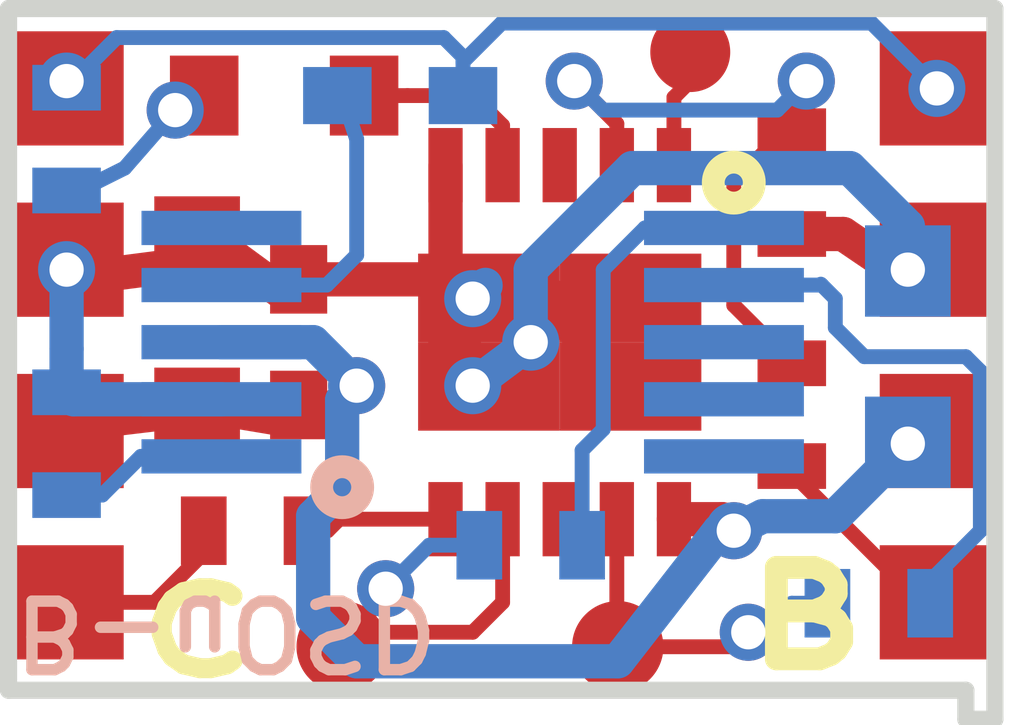
<source format=kicad_pcb>
(kicad_pcb (version 4) (host pcbnew 4.0.6)

  (general
    (links 33)
    (no_connects 0)
    (area 143.180999 110.414999 151.967001 116.788001)
    (thickness 0.8)
    (drawings 11)
    (tracks 160)
    (zones 0)
    (modules 19)
    (nets 21)
  )

  (page A4)
  (layers
    (0 F.Cu signal)
    (31 B.Cu signal)
    (32 B.Adhes user)
    (33 F.Adhes user)
    (34 B.Paste user)
    (35 F.Paste user)
    (36 B.SilkS user)
    (37 F.SilkS user)
    (38 B.Mask user)
    (39 F.Mask user)
    (40 Dwgs.User user)
    (41 Cmts.User user)
    (42 Eco1.User user)
    (43 Eco2.User user)
    (44 Edge.Cuts user)
    (45 Margin user)
    (46 B.CrtYd user hide)
    (47 F.CrtYd user hide)
    (48 B.Fab user hide)
    (49 F.Fab user hide)
  )

  (setup
    (last_trace_width 0.13)
    (trace_clearance 0.13)
    (zone_clearance 0.15)
    (zone_45_only no)
    (trace_min 0.13)
    (segment_width 0.2)
    (edge_width 0.15)
    (via_size 0.5)
    (via_drill 0.3)
    (via_min_size 0.4)
    (via_min_drill 0.3)
    (uvia_size 0.3)
    (uvia_drill 0.1)
    (uvias_allowed no)
    (uvia_min_size 0.2)
    (uvia_min_drill 0.1)
    (pcb_text_width 0.3)
    (pcb_text_size 1.5 1.5)
    (mod_edge_width 0.15)
    (mod_text_size 1 1)
    (mod_text_width 0.15)
    (pad_size 0.7 0.7)
    (pad_drill 0)
    (pad_to_mask_clearance 0.08)
    (aux_axis_origin 0 0)
    (visible_elements 7FFEFE7F)
    (pcbplotparams
      (layerselection 0x00030_80000001)
      (usegerberextensions false)
      (excludeedgelayer true)
      (linewidth 0.100000)
      (plotframeref false)
      (viasonmask false)
      (mode 1)
      (useauxorigin false)
      (hpglpennumber 1)
      (hpglpenspeed 20)
      (hpglpendiameter 15)
      (hpglpenoverlay 2)
      (psnegative false)
      (psa4output false)
      (plotreference true)
      (plotvalue true)
      (plotinvisibletext false)
      (padsonsilk false)
      (subtractmaskfromsilk false)
      (outputformat 1)
      (mirror false)
      (drillshape 1)
      (scaleselection 1)
      (outputdirectory ""))
  )

  (net 0 "")
  (net 1 GND)
  (net 2 VCC)
  (net 3 "Net-(C2-Pad1)")
  (net 4 VIDEO)
  (net 5 "Net-(D1-Pad1)")
  (net 6 "Net-(D1-Pad2)")
  (net 7 CONFIGURE)
  (net 8 +BATT)
  (net 9 "Net-(R1-Pad2)")
  (net 10 "Net-(R3-Pad2)")
  (net 11 "Net-(R5-Pad1)")
  (net 12 "Net-(R6-Pad1)")
  (net 13 "Net-(U1-Pad5)")
  (net 14 "Net-(U1-Pad9)")
  (net 15 "Net-(U1-Pad10)")
  (net 16 "Net-(J3-Pad1)")
  (net 17 "Net-(J4-Pad1)")
  (net 18 "Net-(J5-Pad1)")
  (net 19 "Net-(U1-Pad8)")
  (net 20 "Net-(R7-Pad2)")

  (net_class Default "This is the default net class."
    (clearance 0.13)
    (trace_width 0.13)
    (via_dia 0.5)
    (via_drill 0.3)
    (uvia_dia 0.3)
    (uvia_drill 0.1)
    (add_net +BATT)
    (add_net CONFIGURE)
    (add_net "Net-(C2-Pad1)")
    (add_net "Net-(D1-Pad1)")
    (add_net "Net-(D1-Pad2)")
    (add_net "Net-(J3-Pad1)")
    (add_net "Net-(J4-Pad1)")
    (add_net "Net-(J5-Pad1)")
    (add_net "Net-(R1-Pad2)")
    (add_net "Net-(R3-Pad2)")
    (add_net "Net-(R5-Pad1)")
    (add_net "Net-(R6-Pad1)")
    (add_net "Net-(R7-Pad2)")
    (add_net "Net-(U1-Pad10)")
    (add_net "Net-(U1-Pad5)")
    (add_net "Net-(U1-Pad8)")
    (add_net "Net-(U1-Pad9)")
    (add_net VIDEO)
  )

  (net_class GND ""
    (clearance 0.12)
    (trace_width 0.3)
    (via_dia 0.5)
    (via_drill 0.3)
    (uvia_dia 0.3)
    (uvia_drill 0.1)
    (add_net GND)
  )

  (net_class VCC ""
    (clearance 0.13)
    (trace_width 0.3)
    (via_dia 0.5)
    (via_drill 0.3)
    (uvia_dia 0.3)
    (uvia_drill 0.1)
    (add_net VCC)
  )

  (module C_0603 (layer B.Cu) (tedit 593194D3) (tstamp 593127B7)
    (at 151.13 113.538 270)
    (descr "Capacitor SMD 0603, reflow soldering, AVX (see smccp.pdf)")
    (tags "capacitor 0603")
    (path /59312194)
    (attr smd)
    (fp_text reference C1 (at 0 1.5 270) (layer B.SilkS) hide
      (effects (font (size 1 1) (thickness 0.15)) (justify mirror))
    )
    (fp_text value 100n (at 0 -1.5 270) (layer B.Fab)
      (effects (font (size 1 1) (thickness 0.15)) (justify mirror))
    )
    (fp_text user %R (at 0 1.5 270) (layer B.Fab)
      (effects (font (size 1 1) (thickness 0.15)) (justify mirror))
    )
    (fp_line (start -0.8 -0.4) (end -0.8 0.4) (layer B.Fab) (width 0.1))
    (fp_line (start 0.8 -0.4) (end -0.8 -0.4) (layer B.Fab) (width 0.1))
    (fp_line (start 0.8 0.4) (end 0.8 -0.4) (layer B.Fab) (width 0.1))
    (fp_line (start -0.8 0.4) (end 0.8 0.4) (layer B.Fab) (width 0.1))
    (fp_line (start -1.4 0.65) (end 1.4 0.65) (layer B.CrtYd) (width 0.05))
    (fp_line (start -1.4 0.65) (end -1.4 -0.65) (layer B.CrtYd) (width 0.05))
    (fp_line (start 1.4 -0.65) (end 1.4 0.65) (layer B.CrtYd) (width 0.05))
    (fp_line (start 1.4 -0.65) (end -1.4 -0.65) (layer B.CrtYd) (width 0.05))
    (pad 1 smd rect (at -0.75 0 270) (size 0.8 0.75) (layers B.Cu B.Paste B.Mask)
      (net 1 GND))
    (pad 2 smd rect (at 0.75 0 270) (size 0.8 0.75) (layers B.Cu B.Paste B.Mask)
      (net 2 VCC))
    (model Capacitors_SMD.3dshapes/C_0603.wrl
      (at (xyz 0 0 0))
      (scale (xyz 1 1 1))
      (rotate (xyz 0 0 0))
    )
  )

  (module C_0603 (layer F.Cu) (tedit 593194B7) (tstamp 593127D7)
    (at 144.907 113.284 270)
    (descr "Capacitor SMD 0603, reflow soldering, AVX (see smccp.pdf)")
    (tags "capacitor 0603")
    (path /593121E3)
    (attr smd)
    (fp_text reference C3 (at 0 -1.5 270) (layer F.SilkS) hide
      (effects (font (size 1 1) (thickness 0.15)))
    )
    (fp_text value 2.2uf (at 0 1.5 270) (layer F.Fab) hide
      (effects (font (size 1 1) (thickness 0.15)))
    )
    (fp_text user %R (at 0 -1.5 270) (layer F.Fab) hide
      (effects (font (size 1 1) (thickness 0.15)))
    )
    (fp_line (start -0.8 0.4) (end -0.8 -0.4) (layer F.Fab) (width 0.1))
    (fp_line (start 0.8 0.4) (end -0.8 0.4) (layer F.Fab) (width 0.1))
    (fp_line (start 0.8 -0.4) (end 0.8 0.4) (layer F.Fab) (width 0.1))
    (fp_line (start -0.8 -0.4) (end 0.8 -0.4) (layer F.Fab) (width 0.1))
    (fp_line (start -1.4 -0.65) (end 1.4 -0.65) (layer F.CrtYd) (width 0.05))
    (fp_line (start -1.4 -0.65) (end -1.4 0.65) (layer F.CrtYd) (width 0.05))
    (fp_line (start 1.4 0.65) (end 1.4 -0.65) (layer F.CrtYd) (width 0.05))
    (fp_line (start 1.4 0.65) (end -1.4 0.65) (layer F.CrtYd) (width 0.05))
    (pad 1 smd rect (at -0.75 0 270) (size 0.8 0.75) (layers F.Cu F.Paste F.Mask)
      (net 1 GND))
    (pad 2 smd rect (at 0.75 0 270) (size 0.8 0.75) (layers F.Cu F.Paste F.Mask)
      (net 2 VCC))
    (model Capacitors_SMD.3dshapes/C_0603.wrl
      (at (xyz 0 0 0))
      (scale (xyz 1 1 1))
      (rotate (xyz 0 0 0))
    )
  )

  (module 4pin_SMD_small (layer F.Cu) (tedit 5931896A) (tstamp 59312807)
    (at 151.384 115.189 90)
    (path /59315140)
    (fp_text reference J1 (at 1.27 2.54 90) (layer F.SilkS) hide
      (effects (font (size 1 1) (thickness 0.15)))
    )
    (fp_text value Camera (at 1.27 -2.54 90) (layer F.Fab) hide
      (effects (font (size 1 1) (thickness 0.15)))
    )
    (pad 4 smd rect (at 4 0 90) (size 1 1) (layers F.Cu F.Paste F.Mask)
      (net 4 VIDEO))
    (pad 3 smd rect (at 2.5 0 90) (size 1 1) (layers F.Cu F.Paste F.Mask)
      (net 1 GND))
    (pad 2 smd rect (at 1 0 90) (size 1 1) (layers F.Cu F.Paste F.Mask)
      (net 2 VCC))
    (pad 1 smd rect (at -0.5 0 90) (size 1 1) (layers F.Cu F.Paste F.Mask)
      (net 8 +BATT))
  )

  (module D_SOD-523 (layer F.Cu) (tedit 59317AB2) (tstamp 593127FF)
    (at 145.669 111.252)
    (descr "http://www.diodes.com/datasheets/ap02001.pdf p.144")
    (tags "Diode SOD523")
    (path /593139FC)
    (attr smd)
    (fp_text reference D1 (at 0 -1.3) (layer F.SilkS) hide
      (effects (font (size 1 1) (thickness 0.15)))
    )
    (fp_text value 1N4148WT (at 0 1.4) (layer F.Fab)
      (effects (font (size 1 1) (thickness 0.15)))
    )
    (fp_text user %R (at 0 -1.3) (layer F.Fab) hide
      (effects (font (size 1 1) (thickness 0.15)))
    )
    (fp_line (start 1.25 -0.7) (end 1.25 0.7) (layer F.CrtYd) (width 0.05))
    (fp_line (start -1.25 -0.7) (end 1.25 -0.7) (layer F.CrtYd) (width 0.05))
    (fp_line (start -1.25 0.7) (end -1.25 -0.7) (layer F.CrtYd) (width 0.05))
    (fp_line (start 1.25 0.7) (end -1.25 0.7) (layer F.CrtYd) (width 0.05))
    (fp_line (start 0.1 0) (end 0.25 0) (layer F.Fab) (width 0.1))
    (fp_line (start 0.1 -0.2) (end -0.2 0) (layer F.Fab) (width 0.1))
    (fp_line (start 0.1 0.2) (end 0.1 -0.2) (layer F.Fab) (width 0.1))
    (fp_line (start -0.2 0) (end 0.1 0.2) (layer F.Fab) (width 0.1))
    (fp_line (start -0.2 0) (end -0.35 0) (layer F.Fab) (width 0.1))
    (fp_line (start -0.2 0.2) (end -0.2 -0.2) (layer F.Fab) (width 0.1))
    (fp_line (start 0.65 -0.45) (end 0.65 0.45) (layer F.Fab) (width 0.1))
    (fp_line (start -0.65 -0.45) (end 0.65 -0.45) (layer F.Fab) (width 0.1))
    (fp_line (start -0.65 0.45) (end -0.65 -0.45) (layer F.Fab) (width 0.1))
    (fp_line (start 0.65 0.45) (end -0.65 0.45) (layer F.Fab) (width 0.1))
    (pad 2 smd rect (at 0.7 0 180) (size 0.6 0.7) (layers F.Cu F.Paste F.Mask)
      (net 6 "Net-(D1-Pad2)"))
    (pad 1 smd rect (at -0.7 0 180) (size 0.6 0.7) (layers F.Cu F.Paste F.Mask)
      (net 5 "Net-(D1-Pad1)"))
    (model ${KISYS3DMOD}/Diodes_SMD.3dshapes/D_SOD-523.wrl
      (at (xyz 0 0 0))
      (scale (xyz 1 1 1))
      (rotate (xyz 0 0 0))
    )
  )

  (module Prog_pad (layer F.Cu) (tedit 5938F6E1) (tstamp 593178F5)
    (at 149.225 110.871)
    (path /5931B806)
    (fp_text reference J3 (at 0.75 1.5) (layer F.SilkS) hide
      (effects (font (size 1 1) (thickness 0.15)))
    )
    (fp_text value RST (at 0 -1.75) (layer F.Fab) hide
      (effects (font (size 1 1) (thickness 0.15)))
    )
    (pad 1 smd circle (at 0 0) (size 0.7 0.7) (layers F.Cu F.Paste F.Mask)
      (net 16 "Net-(J3-Pad1)") (solder_mask_margin 0.02))
  )

  (module MSOP-10_3x3mm_Pitch0.5mm locked (layer B.Cu) (tedit 5931761D) (tstamp 59312888)
    (at 147.32 113.411)
    (descr "10-Lead Plastic Micro Small Outline Package (MS) [MSOP] (see Microchip Packaging Specification 00000049BS.pdf)")
    (tags "SSOP 0.5")
    (path /59311C8C)
    (attr smd)
    (fp_text reference U1 (at 0 2.6) (layer B.SilkS) hide
      (effects (font (size 1 1) (thickness 0.15)) (justify mirror))
    )
    (fp_text value LMH1980 (at 0 -2.6) (layer B.Fab) hide
      (effects (font (size 1 1) (thickness 0.15)) (justify mirror))
    )
    (fp_line (start -0.5 1.5) (end 1.5 1.5) (layer B.Fab) (width 0.15))
    (fp_line (start 1.5 1.5) (end 1.5 -1.5) (layer B.Fab) (width 0.15))
    (fp_line (start 1.5 -1.5) (end -1.5 -1.5) (layer B.Fab) (width 0.15))
    (fp_line (start -1.5 -1.5) (end -1.5 0.5) (layer B.Fab) (width 0.15))
    (fp_line (start -1.5 0.5) (end -0.5 1.5) (layer B.Fab) (width 0.15))
    (fp_line (start -3.15 1.85) (end -3.15 -1.85) (layer B.CrtYd) (width 0.05))
    (fp_line (start 3.15 1.85) (end 3.15 -1.85) (layer B.CrtYd) (width 0.05))
    (fp_line (start -3.15 1.85) (end 3.15 1.85) (layer B.CrtYd) (width 0.05))
    (fp_line (start -3.15 -1.85) (end 3.15 -1.85) (layer B.CrtYd) (width 0.05))
    (fp_text user %R (at 0 0) (layer B.Fab) hide
      (effects (font (size 0.6 0.6) (thickness 0.15)) (justify mirror))
    )
    (pad 1 smd rect (at -2.2 1) (size 1.4 0.3) (layers B.Cu B.Paste B.Mask)
      (net 9 "Net-(R1-Pad2)"))
    (pad 2 smd rect (at -2.2 0.5) (size 1.4 0.3) (layers B.Cu B.Paste B.Mask)
      (net 1 GND))
    (pad 3 smd rect (at -2.2 0) (size 1.4 0.3) (layers B.Cu B.Paste B.Mask)
      (net 2 VCC))
    (pad 4 smd rect (at -2.2 -0.5) (size 1.4 0.3) (layers B.Cu B.Paste B.Mask)
      (net 3 "Net-(C2-Pad1)"))
    (pad 5 smd rect (at -2.2 -1) (size 1.4 0.3) (layers B.Cu B.Paste B.Mask)
      (net 13 "Net-(U1-Pad5)"))
    (pad 6 smd rect (at 2.2 -1) (size 1.4 0.3) (layers B.Cu B.Paste B.Mask)
      (net 11 "Net-(R5-Pad1)"))
    (pad 7 smd rect (at 2.2 -0.5) (size 1.4 0.3) (layers B.Cu B.Paste B.Mask)
      (net 12 "Net-(R6-Pad1)"))
    (pad 8 smd rect (at 2.2 0) (size 1.4 0.3) (layers B.Cu B.Paste B.Mask)
      (net 19 "Net-(U1-Pad8)"))
    (pad 9 smd rect (at 2.2 0.5) (size 1.4 0.3) (layers B.Cu B.Paste B.Mask)
      (net 14 "Net-(U1-Pad9)"))
    (pad 10 smd rect (at 2.2 1) (size 1.4 0.3) (layers B.Cu B.Paste B.Mask)
      (net 15 "Net-(U1-Pad10)"))
    (model ${KISYS3DMOD}/Housings_SSOP.3dshapes/MSOP-10_3x3mm_Pitch0.5mm.wrl
      (at (xyz 0 0 0))
      (scale (xyz 1 1 1))
      (rotate (xyz 0 0 0))
    )
  )

  (module DFN-10-1EP_3x3mm_Pitch0.5mm locked (layer F.Cu) (tedit 5933B257) (tstamp 593128AB)
    (at 148.082 113.411 270)
    (descr "10-Lead Plastic Dual Flat, No Lead Package (MF) - 3x3x0.9 mm Body [DFN] (see Microchip Packaging Specification 00000049BS.pdf)")
    (tags "DFN 0.5")
    (path /593115E4)
    (attr smd)
    (fp_text reference U2 (at 0 -2.575 270) (layer F.SilkS) hide
      (effects (font (size 1 1) (thickness 0.15)))
    )
    (fp_text value ATTINY13A-MMF (at 0 2.575 270) (layer F.Fab)
      (effects (font (size 1 1) (thickness 0.15)))
    )
    (fp_line (start -0.5 -1.5) (end 1.5 -1.5) (layer F.Fab) (width 0.15))
    (fp_line (start 1.5 -1.5) (end 1.5 1.5) (layer F.Fab) (width 0.15))
    (fp_line (start 1.5 1.5) (end -1.5 1.5) (layer F.Fab) (width 0.15))
    (fp_line (start -1.5 1.5) (end -1.5 -0.5) (layer F.Fab) (width 0.15))
    (fp_line (start -1.5 -0.5) (end -0.5 -1.5) (layer F.Fab) (width 0.15))
    (fp_line (start -2.15 -1.85) (end -2.15 1.85) (layer F.CrtYd) (width 0.05))
    (fp_line (start 2.15 -1.85) (end 2.15 1.85) (layer F.CrtYd) (width 0.05))
    (fp_line (start -2.15 -1.85) (end 2.15 -1.85) (layer F.CrtYd) (width 0.05))
    (fp_line (start -2.15 1.85) (end 2.15 1.85) (layer F.CrtYd) (width 0.05))
    (pad 1 smd rect (at -1.55 -1 270) (size 0.65 0.3) (layers F.Cu F.Paste F.Mask)
      (net 16 "Net-(J3-Pad1)"))
    (pad 2 smd rect (at -1.55 -0.5 270) (size 0.65 0.3) (layers F.Cu F.Paste F.Mask)
      (net 10 "Net-(R3-Pad2)"))
    (pad 3 smd rect (at -1.55 0 270) (size 0.65 0.3) (layers F.Cu F.Paste F.Mask))
    (pad 4 smd rect (at -1.55 0.5 270) (size 0.65 0.3) (layers F.Cu F.Paste F.Mask)
      (net 6 "Net-(D1-Pad2)"))
    (pad 5 smd rect (at -1.55 1 270) (size 0.65 0.3) (layers F.Cu F.Paste F.Mask)
      (net 1 GND))
    (pad 6 smd rect (at 1.55 1 270) (size 0.65 0.3) (layers F.Cu F.Paste F.Mask)
      (net 20 "Net-(R7-Pad2)"))
    (pad 7 smd rect (at 1.55 0.5 270) (size 0.65 0.3) (layers F.Cu F.Paste F.Mask)
      (net 17 "Net-(J4-Pad1)"))
    (pad 8 smd rect (at 1.55 0 270) (size 0.65 0.3) (layers F.Cu F.Paste F.Mask))
    (pad 9 smd rect (at 1.55 -0.5 270) (size 0.65 0.3) (layers F.Cu F.Paste F.Mask)
      (net 18 "Net-(J5-Pad1)"))
    (pad 10 smd rect (at 1.55 -1 270) (size 0.65 0.3) (layers F.Cu F.Paste F.Mask)
      (net 2 VCC))
    (pad 11 smd rect (at 0.3875 0.62 270) (size 0.775 1.24) (layers F.Cu F.Paste F.Mask)
      (solder_paste_margin_ratio -0.2))
    (pad 11 smd rect (at 0.3875 -0.62 270) (size 0.775 1.24) (layers F.Cu F.Paste F.Mask)
      (solder_paste_margin_ratio -0.2))
    (pad 11 smd rect (at -0.3875 0.62 270) (size 0.775 1.24) (layers F.Cu F.Paste F.Mask)
      (solder_paste_margin_ratio -0.2))
    (pad 11 smd rect (at -0.3875 -0.62 270) (size 0.775 1.24) (layers F.Cu F.Paste F.Mask)
      (solder_paste_margin_ratio -0.2))
    (model Housings_DFN_QFN.3dshapes/DFN-10-1EP_3x3mm_Pitch0.5mm.wrl
      (at (xyz 0 0 0))
      (scale (xyz 1 1 1))
      (rotate (xyz 0 0 0))
    )
  )

  (module Capacitors_SMD:C_0402_NoSilk (layer B.Cu) (tedit 59314D84) (tstamp 593127C6)
    (at 146.685 111.252)
    (descr "Capacitor SMD 0402, reflow soldering, AVX (see smccp.pdf)")
    (tags "capacitor 0402")
    (path /593126E9)
    (attr smd)
    (fp_text reference C2 (at 0 1.27) (layer B.SilkS) hide
      (effects (font (size 1 1) (thickness 0.15)) (justify mirror))
    )
    (fp_text value 100n (at 0 -1.27) (layer B.Fab) hide
      (effects (font (size 1 1) (thickness 0.15)) (justify mirror))
    )
    (fp_text user %R (at 0 1.27) (layer B.Fab) hide
      (effects (font (size 1 1) (thickness 0.15)) (justify mirror))
    )
    (fp_line (start -0.5 -0.25) (end -0.5 0.25) (layer B.Fab) (width 0.1))
    (fp_line (start 0.5 -0.25) (end -0.5 -0.25) (layer B.Fab) (width 0.1))
    (fp_line (start 0.5 0.25) (end 0.5 -0.25) (layer B.Fab) (width 0.1))
    (fp_line (start -0.5 0.25) (end 0.5 0.25) (layer B.Fab) (width 0.1))
    (fp_line (start -1 0.4) (end 1 0.4) (layer B.CrtYd) (width 0.05))
    (fp_line (start -1 0.4) (end -1 -0.4) (layer B.CrtYd) (width 0.05))
    (fp_line (start 1 -0.4) (end 1 0.4) (layer B.CrtYd) (width 0.05))
    (fp_line (start 1 -0.4) (end -1 -0.4) (layer B.CrtYd) (width 0.05))
    (pad 1 smd rect (at -0.55 0) (size 0.6 0.5) (layers B.Cu B.Paste B.Mask)
      (net 3 "Net-(C2-Pad1)"))
    (pad 2 smd rect (at 0.55 0) (size 0.6 0.5) (layers B.Cu B.Paste B.Mask)
      (net 4 VIDEO))
    (model Capacitors_SMD.3dshapes/C_0402.wrl
      (at (xyz 0 0 0))
      (scale (xyz 1 1 1))
      (rotate (xyz 0 0 0))
    )
  )

  (module Capacitors_SMD:C_0402_NoSilk (layer F.Cu) (tedit 59316C49) (tstamp 593127E6)
    (at 145.796 113.411 90)
    (descr "Capacitor SMD 0402, reflow soldering, AVX (see smccp.pdf)")
    (tags "capacitor 0402")
    (path /59317458)
    (attr smd)
    (fp_text reference C4 (at 0 -1.27 90) (layer F.SilkS) hide
      (effects (font (size 1 1) (thickness 0.15)))
    )
    (fp_text value 100n (at 0 1.27 90) (layer F.Fab)
      (effects (font (size 1 1) (thickness 0.15)))
    )
    (fp_text user %R (at 0 -1.27 90) (layer F.Fab)
      (effects (font (size 1 1) (thickness 0.15)))
    )
    (fp_line (start -0.5 0.25) (end -0.5 -0.25) (layer F.Fab) (width 0.1))
    (fp_line (start 0.5 0.25) (end -0.5 0.25) (layer F.Fab) (width 0.1))
    (fp_line (start 0.5 -0.25) (end 0.5 0.25) (layer F.Fab) (width 0.1))
    (fp_line (start -0.5 -0.25) (end 0.5 -0.25) (layer F.Fab) (width 0.1))
    (fp_line (start -1 -0.4) (end 1 -0.4) (layer F.CrtYd) (width 0.05))
    (fp_line (start -1 -0.4) (end -1 0.4) (layer F.CrtYd) (width 0.05))
    (fp_line (start 1 0.4) (end 1 -0.4) (layer F.CrtYd) (width 0.05))
    (fp_line (start 1 0.4) (end -1 0.4) (layer F.CrtYd) (width 0.05))
    (pad 1 smd rect (at -0.55 0 90) (size 0.6 0.5) (layers F.Cu F.Paste F.Mask)
      (net 2 VCC))
    (pad 2 smd rect (at 0.55 0 90) (size 0.6 0.5) (layers F.Cu F.Paste F.Mask)
      (net 1 GND))
    (model Capacitors_SMD.3dshapes/C_0402.wrl
      (at (xyz 0 0 0))
      (scale (xyz 1 1 1))
      (rotate (xyz 0 0 0))
    )
  )

  (module Resistors_SMD:R_0402_NoSilk (layer B.Cu) (tedit 59314DA3) (tstamp 5931281E)
    (at 143.764 114.3 270)
    (descr "Resistor SMD 0402, reflow soldering, Vishay (see dcrcw.pdf)")
    (tags "resistor 0402")
    (path /59311F24)
    (attr smd)
    (fp_text reference R1 (at 0 1.2 270) (layer B.SilkS) hide
      (effects (font (size 1 1) (thickness 0.15)) (justify mirror))
    )
    (fp_text value "10K 1%" (at 0 -1.25 270) (layer B.Fab) hide
      (effects (font (size 1 1) (thickness 0.15)) (justify mirror))
    )
    (fp_text user %R (at 0 1.2 270) (layer B.Fab) hide
      (effects (font (size 1 1) (thickness 0.15)) (justify mirror))
    )
    (fp_line (start -0.5 -0.25) (end -0.5 0.25) (layer B.Fab) (width 0.1))
    (fp_line (start 0.5 -0.25) (end -0.5 -0.25) (layer B.Fab) (width 0.1))
    (fp_line (start 0.5 0.25) (end 0.5 -0.25) (layer B.Fab) (width 0.1))
    (fp_line (start -0.5 0.25) (end 0.5 0.25) (layer B.Fab) (width 0.1))
    (fp_line (start -0.8 0.45) (end 0.8 0.45) (layer B.CrtYd) (width 0.05))
    (fp_line (start -0.8 0.45) (end -0.8 -0.45) (layer B.CrtYd) (width 0.05))
    (fp_line (start 0.8 -0.45) (end 0.8 0.45) (layer B.CrtYd) (width 0.05))
    (fp_line (start 0.8 -0.45) (end -0.8 -0.45) (layer B.CrtYd) (width 0.05))
    (pad 1 smd rect (at -0.45 0 270) (size 0.4 0.6) (layers B.Cu B.Paste B.Mask)
      (net 1 GND))
    (pad 2 smd rect (at 0.45 0 270) (size 0.4 0.6) (layers B.Cu B.Paste B.Mask)
      (net 9 "Net-(R1-Pad2)"))
    (model ${KISYS3DMOD}/Resistors_SMD.3dshapes/R_0402.wrl
      (at (xyz 0 0 0))
      (scale (xyz 1 1 1))
      (rotate (xyz 0 0 0))
    )
  )

  (module Resistors_SMD:R_0402_NoSilk (layer B.Cu) (tedit 59314DEC) (tstamp 5931282D)
    (at 143.764 111.633 90)
    (descr "Resistor SMD 0402, reflow soldering, Vishay (see dcrcw.pdf)")
    (tags "resistor 0402")
    (path /59313E97)
    (attr smd)
    (fp_text reference R2 (at 0 1.2 90) (layer B.SilkS) hide
      (effects (font (size 1 1) (thickness 0.15)) (justify mirror))
    )
    (fp_text value 120 (at 0 -1.25 90) (layer B.Fab) hide
      (effects (font (size 1 1) (thickness 0.15)) (justify mirror))
    )
    (fp_text user %R (at 0 1.2 90) (layer B.Fab) hide
      (effects (font (size 1 1) (thickness 0.15)) (justify mirror))
    )
    (fp_line (start -0.5 -0.25) (end -0.5 0.25) (layer B.Fab) (width 0.1))
    (fp_line (start 0.5 -0.25) (end -0.5 -0.25) (layer B.Fab) (width 0.1))
    (fp_line (start 0.5 0.25) (end 0.5 -0.25) (layer B.Fab) (width 0.1))
    (fp_line (start -0.5 0.25) (end 0.5 0.25) (layer B.Fab) (width 0.1))
    (fp_line (start -0.8 0.45) (end 0.8 0.45) (layer B.CrtYd) (width 0.05))
    (fp_line (start -0.8 0.45) (end -0.8 -0.45) (layer B.CrtYd) (width 0.05))
    (fp_line (start 0.8 -0.45) (end 0.8 0.45) (layer B.CrtYd) (width 0.05))
    (fp_line (start 0.8 -0.45) (end -0.8 -0.45) (layer B.CrtYd) (width 0.05))
    (pad 1 smd rect (at -0.45 0 90) (size 0.4 0.6) (layers B.Cu B.Paste B.Mask)
      (net 5 "Net-(D1-Pad1)"))
    (pad 2 smd rect (at 0.45 0 90) (size 0.4 0.6) (layers B.Cu B.Paste B.Mask)
      (net 4 VIDEO))
    (model ${KISYS3DMOD}/Resistors_SMD.3dshapes/R_0402.wrl
      (at (xyz 0 0 0))
      (scale (xyz 1 1 1))
      (rotate (xyz 0 0 0))
    )
  )

  (module Resistors_SMD:R_0402_NoSilk (layer F.Cu) (tedit 59316C65) (tstamp 5931283C)
    (at 150.114 114.046 90)
    (descr "Resistor SMD 0402, reflow soldering, Vishay (see dcrcw.pdf)")
    (tags "resistor 0402")
    (path /5931457B)
    (attr smd)
    (fp_text reference R3 (at 0 -1.2 90) (layer F.SilkS) hide
      (effects (font (size 1 1) (thickness 0.15)))
    )
    (fp_text value 15K (at 0 1.25 90) (layer F.Fab)
      (effects (font (size 1 1) (thickness 0.15)))
    )
    (fp_text user %R (at 0 -1.2 90) (layer F.Fab)
      (effects (font (size 1 1) (thickness 0.15)))
    )
    (fp_line (start -0.5 0.25) (end -0.5 -0.25) (layer F.Fab) (width 0.1))
    (fp_line (start 0.5 0.25) (end -0.5 0.25) (layer F.Fab) (width 0.1))
    (fp_line (start 0.5 -0.25) (end 0.5 0.25) (layer F.Fab) (width 0.1))
    (fp_line (start -0.5 -0.25) (end 0.5 -0.25) (layer F.Fab) (width 0.1))
    (fp_line (start -0.8 -0.45) (end 0.8 -0.45) (layer F.CrtYd) (width 0.05))
    (fp_line (start -0.8 -0.45) (end -0.8 0.45) (layer F.CrtYd) (width 0.05))
    (fp_line (start 0.8 0.45) (end 0.8 -0.45) (layer F.CrtYd) (width 0.05))
    (fp_line (start 0.8 0.45) (end -0.8 0.45) (layer F.CrtYd) (width 0.05))
    (pad 1 smd rect (at -0.45 0 90) (size 0.4 0.6) (layers F.Cu F.Paste F.Mask)
      (net 8 +BATT))
    (pad 2 smd rect (at 0.45 0 90) (size 0.4 0.6) (layers F.Cu F.Paste F.Mask)
      (net 10 "Net-(R3-Pad2)"))
    (model ${KISYS3DMOD}/Resistors_SMD.3dshapes/R_0402.wrl
      (at (xyz 0 0 0))
      (scale (xyz 1 1 1))
      (rotate (xyz 0 0 0))
    )
  )

  (module Resistors_SMD:R_0402_NoSilk (layer F.Cu) (tedit 59316C5A) (tstamp 5931284B)
    (at 150.114 112.014 270)
    (descr "Resistor SMD 0402, reflow soldering, Vishay (see dcrcw.pdf)")
    (tags "resistor 0402")
    (path /59314710)
    (attr smd)
    (fp_text reference R4 (at 0 -1.2 270) (layer F.SilkS) hide
      (effects (font (size 1 1) (thickness 0.15)))
    )
    (fp_text value 1K (at 0 1.25 270) (layer F.Fab)
      (effects (font (size 1 1) (thickness 0.15)))
    )
    (fp_text user %R (at 0 -1.2 270) (layer F.Fab)
      (effects (font (size 1 1) (thickness 0.15)))
    )
    (fp_line (start -0.5 0.25) (end -0.5 -0.25) (layer F.Fab) (width 0.1))
    (fp_line (start 0.5 0.25) (end -0.5 0.25) (layer F.Fab) (width 0.1))
    (fp_line (start 0.5 -0.25) (end 0.5 0.25) (layer F.Fab) (width 0.1))
    (fp_line (start -0.5 -0.25) (end 0.5 -0.25) (layer F.Fab) (width 0.1))
    (fp_line (start -0.8 -0.45) (end 0.8 -0.45) (layer F.CrtYd) (width 0.05))
    (fp_line (start -0.8 -0.45) (end -0.8 0.45) (layer F.CrtYd) (width 0.05))
    (fp_line (start 0.8 0.45) (end 0.8 -0.45) (layer F.CrtYd) (width 0.05))
    (fp_line (start 0.8 0.45) (end -0.8 0.45) (layer F.CrtYd) (width 0.05))
    (pad 1 smd rect (at -0.45 0 270) (size 0.4 0.6) (layers F.Cu F.Paste F.Mask)
      (net 10 "Net-(R3-Pad2)"))
    (pad 2 smd rect (at 0.45 0 270) (size 0.4 0.6) (layers F.Cu F.Paste F.Mask)
      (net 1 GND))
    (model ${KISYS3DMOD}/Resistors_SMD.3dshapes/R_0402.wrl
      (at (xyz 0 0 0))
      (scale (xyz 1 1 1))
      (rotate (xyz 0 0 0))
    )
  )

  (module Resistors_SMD:R_0402_NoSilk (layer B.Cu) (tedit 59316F2D) (tstamp 59312869)
    (at 150.876 115.697 180)
    (descr "Resistor SMD 0402, reflow soldering, Vishay (see dcrcw.pdf)")
    (tags "resistor 0402")
    (path /59312FDF)
    (attr smd)
    (fp_text reference R6 (at 0 1.2 180) (layer B.SilkS) hide
      (effects (font (size 1 1) (thickness 0.15)) (justify mirror))
    )
    (fp_text value 100 (at 0 -1.25 180) (layer B.Fab)
      (effects (font (size 1 1) (thickness 0.15)) (justify mirror))
    )
    (fp_text user %R (at 0 1.2 180) (layer B.Fab)
      (effects (font (size 1 1) (thickness 0.15)) (justify mirror))
    )
    (fp_line (start -0.5 -0.25) (end -0.5 0.25) (layer B.Fab) (width 0.1))
    (fp_line (start 0.5 -0.25) (end -0.5 -0.25) (layer B.Fab) (width 0.1))
    (fp_line (start 0.5 0.25) (end 0.5 -0.25) (layer B.Fab) (width 0.1))
    (fp_line (start -0.5 0.25) (end 0.5 0.25) (layer B.Fab) (width 0.1))
    (fp_line (start -0.8 0.45) (end 0.8 0.45) (layer B.CrtYd) (width 0.05))
    (fp_line (start -0.8 0.45) (end -0.8 -0.45) (layer B.CrtYd) (width 0.05))
    (fp_line (start 0.8 -0.45) (end 0.8 0.45) (layer B.CrtYd) (width 0.05))
    (fp_line (start 0.8 -0.45) (end -0.8 -0.45) (layer B.CrtYd) (width 0.05))
    (pad 1 smd rect (at -0.45 0 180) (size 0.4 0.6) (layers B.Cu B.Paste B.Mask)
      (net 12 "Net-(R6-Pad1)"))
    (pad 2 smd rect (at 0.45 0 180) (size 0.4 0.6) (layers B.Cu B.Paste B.Mask)
      (net 18 "Net-(J5-Pad1)"))
    (model ${KISYS3DMOD}/Resistors_SMD.3dshapes/R_0402.wrl
      (at (xyz 0 0 0))
      (scale (xyz 1 1 1))
      (rotate (xyz 0 0 0))
    )
  )

  (module .pretty:Prog_pad (layer F.Cu) (tedit 5938F6D4) (tstamp 59317993)
    (at 146.177 116.078)
    (path /5931C145)
    (fp_text reference J4 (at 0.75 1.5) (layer F.SilkS) hide
      (effects (font (size 1 1) (thickness 0.15)))
    )
    (fp_text value MISO (at 0 -1.75) (layer F.Fab) hide
      (effects (font (size 1 1) (thickness 0.15)))
    )
    (pad 1 smd circle (at 0 0) (size 0.8 0.8) (layers F.Cu F.Paste F.Mask)
      (net 17 "Net-(J4-Pad1)") (solder_mask_margin 0.02))
  )

  (module .pretty:Prog_pad (layer F.Cu) (tedit 5938F6D9) (tstamp 59317998)
    (at 148.59 116.078)
    (path /5931BD6C)
    (fp_text reference J5 (at 0.75 1.5) (layer F.SilkS) hide
      (effects (font (size 1 1) (thickness 0.15)))
    )
    (fp_text value SCK (at 0 -1.75) (layer F.Fab) hide
      (effects (font (size 1 1) (thickness 0.15)))
    )
    (pad 1 smd circle (at 0 0) (size 0.8 0.8) (layers F.Cu F.Paste F.Mask)
      (net 18 "Net-(J5-Pad1)") (solder_mask_margin 0.02))
  )

  (module Resistors_SMD:R_0402_NoSilk (layer B.Cu) (tedit 593190D3) (tstamp 5931285A)
    (at 147.828 115.189 180)
    (descr "Resistor SMD 0402, reflow soldering, Vishay (see dcrcw.pdf)")
    (tags "resistor 0402")
    (path /59312BCF)
    (attr smd)
    (fp_text reference R5 (at 0 1.2 180) (layer B.SilkS) hide
      (effects (font (size 1 1) (thickness 0.15)) (justify mirror))
    )
    (fp_text value 100 (at 0 -1.25 180) (layer B.Fab)
      (effects (font (size 1 1) (thickness 0.15)) (justify mirror))
    )
    (fp_text user %R (at 0 1.2 180) (layer B.Fab)
      (effects (font (size 1 1) (thickness 0.15)) (justify mirror))
    )
    (fp_line (start -0.5 -0.25) (end -0.5 0.25) (layer B.Fab) (width 0.1))
    (fp_line (start 0.5 -0.25) (end -0.5 -0.25) (layer B.Fab) (width 0.1))
    (fp_line (start 0.5 0.25) (end 0.5 -0.25) (layer B.Fab) (width 0.1))
    (fp_line (start -0.5 0.25) (end 0.5 0.25) (layer B.Fab) (width 0.1))
    (fp_line (start -0.8 0.45) (end 0.8 0.45) (layer B.CrtYd) (width 0.05))
    (fp_line (start -0.8 0.45) (end -0.8 -0.45) (layer B.CrtYd) (width 0.05))
    (fp_line (start 0.8 -0.45) (end 0.8 0.45) (layer B.CrtYd) (width 0.05))
    (fp_line (start 0.8 -0.45) (end -0.8 -0.45) (layer B.CrtYd) (width 0.05))
    (pad 1 smd rect (at -0.45 0 180) (size 0.4 0.6) (layers B.Cu B.Paste B.Mask)
      (net 11 "Net-(R5-Pad1)"))
    (pad 2 smd rect (at 0.45 0 180) (size 0.4 0.6) (layers B.Cu B.Paste B.Mask)
      (net 17 "Net-(J4-Pad1)"))
    (model ${KISYS3DMOD}/Resistors_SMD.3dshapes/R_0402.wrl
      (at (xyz 0 0 0))
      (scale (xyz 1 1 1))
      (rotate (xyz 0 0 0))
    )
  )

  (module .pretty:4pin_SMD_small (layer F.Cu) (tedit 5931896A) (tstamp 5931280F)
    (at 143.764 115.189 90)
    (path /593152FB)
    (fp_text reference J2 (at 1.27 2.54 90) (layer F.SilkS) hide
      (effects (font (size 1 1) (thickness 0.15)))
    )
    (fp_text value VTX (at 1.27 -2.54 90) (layer F.Fab) hide
      (effects (font (size 1 1) (thickness 0.15)))
    )
    (pad 4 smd rect (at 4 0 90) (size 1 1) (layers F.Cu F.Paste F.Mask)
      (net 4 VIDEO))
    (pad 3 smd rect (at 2.5 0 90) (size 1 1) (layers F.Cu F.Paste F.Mask)
      (net 1 GND))
    (pad 2 smd rect (at 1 0 90) (size 1 1) (layers F.Cu F.Paste F.Mask)
      (net 2 VCC))
    (pad 1 smd rect (at -0.5 0 90) (size 1 1) (layers F.Cu F.Paste F.Mask)
      (net 7 CONFIGURE))
  )

  (module Resistors_SMD:R_0402_NoSilk (layer F.Cu) (tedit 5938F53B) (tstamp 5938F5C3)
    (at 145.415 115.062)
    (descr "Resistor SMD 0402, reflow soldering, Vishay (see dcrcw.pdf)")
    (tags "resistor 0402")
    (path /59390823)
    (attr smd)
    (fp_text reference R7 (at 0 -1.2) (layer F.SilkS) hide
      (effects (font (size 1 1) (thickness 0.15)))
    )
    (fp_text value 100 (at 0 1.25) (layer F.Fab)
      (effects (font (size 1 1) (thickness 0.15)))
    )
    (fp_text user %R (at 0 -1.2) (layer F.Fab)
      (effects (font (size 1 1) (thickness 0.15)))
    )
    (fp_line (start -0.5 0.25) (end -0.5 -0.25) (layer F.Fab) (width 0.1))
    (fp_line (start 0.5 0.25) (end -0.5 0.25) (layer F.Fab) (width 0.1))
    (fp_line (start 0.5 -0.25) (end 0.5 0.25) (layer F.Fab) (width 0.1))
    (fp_line (start -0.5 -0.25) (end 0.5 -0.25) (layer F.Fab) (width 0.1))
    (fp_line (start -0.8 -0.45) (end 0.8 -0.45) (layer F.CrtYd) (width 0.05))
    (fp_line (start -0.8 -0.45) (end -0.8 0.45) (layer F.CrtYd) (width 0.05))
    (fp_line (start 0.8 0.45) (end 0.8 -0.45) (layer F.CrtYd) (width 0.05))
    (fp_line (start 0.8 0.45) (end -0.8 0.45) (layer F.CrtYd) (width 0.05))
    (pad 1 smd rect (at -0.45 0) (size 0.4 0.6) (layers F.Cu F.Paste F.Mask)
      (net 7 CONFIGURE))
    (pad 2 smd rect (at 0.45 0) (size 0.4 0.6) (layers F.Cu F.Paste F.Mask)
      (net 20 "Net-(R7-Pad2)"))
    (model ${KISYS3DMOD}/Resistors_SMD.3dshapes/R_0402.wrl
      (at (xyz 0 0 0))
      (scale (xyz 1 1 1))
      (rotate (xyz 0 0 0))
    )
  )

  (gr_line (start 151.892 116.713) (end 151.892 110.49) (angle 90) (layer Edge.Cuts) (width 0.15))
  (gr_line (start 143.256 110.49) (end 143.256 116.459) (angle 90) (layer Edge.Cuts) (width 0.15))
  (gr_line (start 151.638 116.459) (end 151.638 116.713) (angle 90) (layer Edge.Cuts) (width 0.15))
  (gr_line (start 143.256 116.459) (end 151.638 116.459) (angle 90) (layer Edge.Cuts) (width 0.15))
  (gr_line (start 151.892 116.713) (end 151.638 116.713) (angle 90) (layer Edge.Cuts) (width 0.15))
  (gr_text B-uOSD (at 145.161 115.951 180) (layer B.SilkS)
    (effects (font (size 0.6 0.6) (thickness 0.1)) (justify mirror))
  )
  (gr_circle (center 146.177 114.681) (end 146.05 114.554) (layer B.SilkS) (width 0.2) (tstamp 59317B35))
  (gr_circle (center 149.606 112.014) (end 149.479 111.887) (layer F.SilkS) (width 0.2))
  (gr_text B (at 150.241 115.824) (layer F.SilkS)
    (effects (font (size 0.8 1) (thickness 0.2)))
  )
  (gr_text C (at 144.907 115.951) (layer F.SilkS)
    (effects (font (size 0.7 1) (thickness 0.175)))
  )
  (gr_line (start 143.256 110.49) (end 151.892 110.49) (angle 90) (layer Edge.Cuts) (width 0.15))

  (segment (start 147.462 113.0235) (end 147.927 113.0235) (width 0.3) (layer F.Cu) (net 1))
  (segment (start 147.927 113.0235) (end 148.702 113.7985) (width 0.3) (layer F.Cu) (net 1) (tstamp 5933B347))
  (segment (start 148.702 113.0235) (end 147.462 113.0235) (width 0.3) (layer F.Cu) (net 1))
  (segment (start 145.796 112.861) (end 147.2995 112.861) (width 0.3) (layer F.Cu) (net 1))
  (segment (start 147.2995 112.861) (end 147.462 113.0235) (width 0.3) (layer F.Cu) (net 1) (tstamp 59318F76))
  (segment (start 147.082 111.861) (end 147.082 113.4185) (width 0.3) (layer F.Cu) (net 1))
  (segment (start 147.082 113.4185) (end 147.462 113.7985) (width 0.3) (layer F.Cu) (net 1) (tstamp 59318F73))
  (via (at 147.32 113.03) (size 0.5) (drill 0.3) (layers F.Cu B.Cu) (net 1))
  (segment (start 147.432 112.918) (end 147.432 112.9095) (width 0.3) (layer B.Cu) (net 1) (tstamp 59316027))
  (segment (start 147.32 113.03) (end 147.432 112.918) (width 0.3) (layer B.Cu) (net 1) (tstamp 59316026))
  (segment (start 145.12 113.911) (end 143.825 113.911) (width 0.3) (layer B.Cu) (net 1))
  (segment (start 143.825 113.911) (end 143.764 113.85) (width 0.3) (layer B.Cu) (net 1) (tstamp 59318BA3))
  (segment (start 143.764 113.469) (end 143.764 112.776) (width 0.3) (layer B.Cu) (net 1))
  (segment (start 147.828 113.411) (end 147.828 112.776) (width 0.3) (layer B.Cu) (net 1))
  (segment (start 150.622 111.887) (end 151.13 112.395) (width 0.3) (layer B.Cu) (net 1) (tstamp 59317442))
  (segment (start 148.717 111.887) (end 150.622 111.887) (width 0.3) (layer B.Cu) (net 1) (tstamp 5931743D))
  (segment (start 147.828 112.776) (end 148.717 111.887) (width 0.3) (layer B.Cu) (net 1) (tstamp 59317437))
  (segment (start 151.13 112.395) (end 151.13 112.661) (width 0.3) (layer B.Cu) (net 1) (tstamp 59317445))
  (via (at 151.13 112.776) (size 0.5) (drill 0.3) (layers F.Cu B.Cu) (net 1))
  (segment (start 151.13 112.776) (end 151.214 112.86) (width 0.3) (layer B.Cu) (net 1) (tstamp 5931647B))
  (segment (start 151.214 112.86) (end 151.214 112.904) (width 0.3) (layer B.Cu) (net 1) (tstamp 5931647C))
  (segment (start 147.335 113.0235) (end 147.32 113.792) (width 0.13) (layer F.Cu) (net 1))
  (via (at 147.32 113.792) (size 0.5) (drill 0.3) (layers F.Cu B.Cu) (net 1))
  (segment (start 147.32 113.792) (end 147.3265 113.7855) (width 0.3) (layer B.Cu) (net 1) (tstamp 59316380))
  (segment (start 147.3265 113.7855) (end 147.828 113.411) (width 0.3) (layer B.Cu) (net 1) (tstamp 59316381))
  (via (at 147.828 113.411) (size 0.5) (drill 0.3) (layers F.Cu B.Cu) (net 1))
  (segment (start 143.764 113.85) (end 143.764 113.469) (width 0.3) (layer B.Cu) (net 1) (tstamp 59316153))
  (segment (start 143.764 112.961) (end 143.764 112.776) (width 0.3) (layer B.Cu) (net 1))
  (segment (start 144.061 112.987) (end 143.8 112.86) (width 0.3) (layer F.Cu) (net 1) (tstamp 5931606B))
  (segment (start 143.764 112.776) (end 144.061 112.987) (width 0.3) (layer F.Cu) (net 1) (tstamp 5931606A))
  (via (at 143.764 112.776) (size 0.5) (drill 0.3) (layers F.Cu B.Cu) (net 1))
  (segment (start 143.764 112.776) (end 143.764 112.776) (width 0.3) (layer B.Cu) (net 1) (tstamp 59316064))
  (segment (start 147.305 112.9095) (end 147.32 112.9245) (width 0.13) (layer F.Cu) (net 1) (tstamp 59316023))
  (segment (start 147.32 112.9245) (end 147.32 113.03) (width 0.13) (layer F.Cu) (net 1) (tstamp 59316024))
  (segment (start 147.2845 112.9945) (end 147.32 113.03) (width 0.13) (layer F.Cu) (net 1) (tstamp 59315DC7))
  (segment (start 151.13 112.776) (end 150.96 112.733) (width 0.3) (layer F.Cu) (net 1))
  (segment (start 150.96 112.733) (end 150.564 112.464) (width 0.3) (layer F.Cu) (net 1) (tstamp 593158F8))
  (segment (start 150.564 112.464) (end 150.114 112.464) (width 0.3) (layer F.Cu) (net 1) (tstamp 593158F9))
  (segment (start 143.8 112.86) (end 144.779 112.733) (width 0.3) (layer F.Cu) (net 1) (status 20))
  (segment (start 144.779 112.733) (end 145.034 112.522) (width 0.3) (layer F.Cu) (net 1) (tstamp 593154A1) (status 30))
  (segment (start 145.034 112.522) (end 145.669 112.988) (width 0.3) (layer F.Cu) (net 1) (tstamp 593154A2) (status 10))
  (segment (start 149.606 115.062) (end 149.479 115.062) (width 0.3) (layer B.Cu) (net 2))
  (segment (start 146.177 113.919) (end 146.304 113.792) (width 0.3) (layer B.Cu) (net 2) (tstamp 59316A66))
  (segment (start 145.923 114.935) (end 146.177 114.681) (width 0.3) (layer B.Cu) (net 2) (tstamp 59316A5A))
  (segment (start 146.177 114.681) (end 146.177 114.681) (width 0.3) (layer B.Cu) (net 2) (tstamp 593179CB))
  (segment (start 146.177 114.681) (end 146.177 113.919) (width 0.3) (layer B.Cu) (net 2) (tstamp 593179FB))
  (segment (start 146.177 113.919) (end 146.177 113.919) (width 0.3) (layer B.Cu) (net 2) (tstamp 593179E3))
  (segment (start 145.923 115.824) (end 145.923 114.935) (width 0.3) (layer B.Cu) (net 2) (tstamp 59316A58))
  (segment (start 148.59 116.205) (end 146.304 116.205) (width 0.3) (layer B.Cu) (net 2) (tstamp 59316A53))
  (segment (start 146.304 116.205) (end 145.923 115.824) (width 0.3) (layer B.Cu) (net 2) (tstamp 5931809E))
  (segment (start 149.479 115.062) (end 148.59 116.205) (width 0.3) (layer B.Cu) (net 2) (tstamp 59316A4E))
  (segment (start 151.003 114.215) (end 151.003 114.427) (width 0.3) (layer B.Cu) (net 2))
  (segment (start 149.505 114.961) (end 149.082 114.961) (width 0.3) (layer F.Cu) (net 2) (tstamp 59316918))
  (segment (start 149.606 115.062) (end 149.505 114.961) (width 0.3) (layer F.Cu) (net 2) (tstamp 59316917))
  (via (at 149.606 115.062) (size 0.5) (drill 0.3) (layers F.Cu B.Cu) (net 2))
  (segment (start 149.86 114.935) (end 149.606 115.062) (width 0.3) (layer B.Cu) (net 2) (tstamp 59316914))
  (segment (start 150.495 114.935) (end 149.86 114.935) (width 0.3) (layer B.Cu) (net 2) (tstamp 5931690C))
  (segment (start 151.003 114.427) (end 150.495 114.935) (width 0.3) (layer B.Cu) (net 2) (tstamp 5931690A))
  (via (at 151.13 114.3) (size 0.5) (drill 0.3) (layers F.Cu B.Cu) (net 2))
  (segment (start 151.13 114.3) (end 151.088 114.342) (width 0.3) (layer F.Cu) (net 2) (tstamp 59316480))
  (segment (start 151.088 114.342) (end 151.046 114.342) (width 0.3) (layer F.Cu) (net 2) (tstamp 59316481))
  (segment (start 145.12 113.411) (end 145.923 113.411) (width 0.3) (layer B.Cu) (net 2))
  (segment (start 145.923 113.411) (end 146.304 113.792) (width 0.3) (layer B.Cu) (net 2) (tstamp 5931616C))
  (segment (start 146.008 114.088) (end 145.669 114.088) (width 0.3) (layer F.Cu) (net 2) (tstamp 59316172))
  (segment (start 146.304 113.792) (end 146.008 114.088) (width 0.3) (layer F.Cu) (net 2) (tstamp 59316171))
  (via (at 146.304 113.792) (size 0.5) (drill 0.3) (layers F.Cu B.Cu) (net 2))
  (segment (start 143.8 114.13) (end 144.865 114.003) (width 0.3) (layer F.Cu) (net 2) (status 20))
  (segment (start 144.865 114.003) (end 144.907 113.961) (width 0.3) (layer F.Cu) (net 2) (tstamp 593154A5) (status 30))
  (segment (start 144.907 113.961) (end 145.669 114.088) (width 0.3) (layer F.Cu) (net 2) (tstamp 593154A6) (status 10))
  (segment (start 146.042 112.911) (end 145.12 112.911) (width 0.13) (layer B.Cu) (net 3) (tstamp 59315FBE))
  (segment (start 146.135 111.252) (end 146.177 111.252) (width 0.13) (layer B.Cu) (net 3))
  (segment (start 146.177 111.252) (end 146.304 111.633) (width 0.13) (layer B.Cu) (net 3) (tstamp 59315FB9))
  (segment (start 146.304 111.633) (end 146.304 112.649) (width 0.13) (layer B.Cu) (net 3) (tstamp 59315FBC))
  (segment (start 146.304 112.649) (end 146.042 112.911) (width 0.13) (layer B.Cu) (net 3) (tstamp 59315FBD))
  (segment (start 147.235 110.956) (end 147.235 111.252) (width 0.13) (layer B.Cu) (net 4))
  (via (at 151.384 111.189) (size 0.5) (drill 0.3) (layers F.Cu B.Cu) (net 4))
  (segment (start 143.764 111.183) (end 144.203 110.744) (width 0.13) (layer B.Cu) (net 4) (tstamp 593192B4))
  (segment (start 147.066 110.744) (end 144.203 110.744) (width 0.13) (layer B.Cu) (net 4) (tstamp 593192AE))
  (segment (start 147.235 110.913) (end 147.066 110.744) (width 0.13) (layer B.Cu) (net 4) (tstamp 593192A6))
  (segment (start 147.235 110.956) (end 147.235 110.913) (width 0.13) (layer B.Cu) (net 4) (tstamp 593192A5))
  (segment (start 147.574 110.617) (end 147.235 110.956) (width 0.13) (layer B.Cu) (net 4) (tstamp 593192A3))
  (segment (start 150.812 110.617) (end 147.574 110.617) (width 0.13) (layer B.Cu) (net 4) (tstamp 5931929A))
  (segment (start 150.812 110.617) (end 151.384 111.189) (width 0.13) (layer B.Cu) (net 4) (tstamp 59319299))
  (segment (start 143.764 111.125) (end 143.764 111.31) (width 0.13) (layer B.Cu) (net 4) (tstamp 59315FA1))
  (segment (start 143.8 111.209) (end 143.764 111.125) (width 0.13) (layer F.Cu) (net 4))
  (segment (start 143.764 110.998) (end 143.764 111.31) (width 0.13) (layer B.Cu) (net 4) (tstamp 59315F54))
  (segment (start 143.764 111.125) (end 143.764 110.998) (width 0.13) (layer B.Cu) (net 4) (tstamp 59315F53))
  (via (at 143.764 111.125) (size 0.5) (drill 0.3) (layers F.Cu B.Cu) (net 4))
  (segment (start 143.764 111.125) (end 143.764 111.125) (width 0.13) (layer F.Cu) (net 4) (tstamp 59315F50))
  (via (at 144.715 111.379) (size 0.5) (drill 0.3) (layers F.Cu B.Cu) (net 5))
  (segment (start 144.78 111.379) (end 144.907 111.506) (width 0.13) (layer F.Cu) (net 5) (tstamp 59315F38))
  (segment (start 144.842 111.506) (end 144.904 111.506) (width 0.13) (layer F.Cu) (net 5) (tstamp 59315F39))
  (segment (start 143.764 112.141) (end 144.272 111.887) (width 0.13) (layer B.Cu) (net 5))
  (segment (start 144.272 111.887) (end 144.715 111.379) (width 0.13) (layer B.Cu) (net 5) (tstamp 59315F2C))
  (segment (start 147.582 111.861) (end 147.582 111.514) (width 0.13) (layer F.Cu) (net 6))
  (segment (start 146.75 111.252) (end 146.431 111.252) (width 0.13) (layer F.Cu) (net 6) (tstamp 59315ED8))
  (segment (start 147.32 111.252) (end 146.75 111.252) (width 0.13) (layer F.Cu) (net 6) (tstamp 59315ED5))
  (segment (start 147.582 111.514) (end 147.32 111.252) (width 0.13) (layer F.Cu) (net 6) (tstamp 59315ED3))
  (segment (start 146.431 111.252) (end 146.493 111.252) (width 0.13) (layer F.Cu) (net 6))
  (segment (start 144.965 115.062) (end 144.965 115.258) (width 0.13) (layer F.Cu) (net 7))
  (segment (start 144.965 115.258) (end 144.534 115.689) (width 0.13) (layer F.Cu) (net 7) (tstamp 5938F645))
  (segment (start 144.534 115.689) (end 143.764 115.689) (width 0.13) (layer F.Cu) (net 7) (tstamp 5938F646))
  (segment (start 143.764 115.689) (end 144.137 115.689) (width 0.13) (layer F.Cu) (net 7))
  (segment (start 143.843 115.443) (end 143.8 115.4) (width 0.13) (layer F.Cu) (net 7) (tstamp 59315520))
  (segment (start 150.114 114.496) (end 150.114 114.554) (width 0.13) (layer F.Cu) (net 8) (status 10))
  (segment (start 150.114 114.554) (end 151.257 115.697) (width 0.13) (layer F.Cu) (net 8) (tstamp 5931590C))
  (segment (start 145.12 114.411) (end 144.415 114.411) (width 0.13) (layer B.Cu) (net 9))
  (segment (start 144.076 114.75) (end 143.764 114.75) (width 0.13) (layer B.Cu) (net 9) (tstamp 59318BE5))
  (segment (start 144.415 114.411) (end 144.076 114.75) (width 0.13) (layer B.Cu) (net 9) (tstamp 59318BE3))
  (segment (start 145.12 114.411) (end 145.12 114.468) (width 0.13) (layer B.Cu) (net 9))
  (segment (start 150.114 111.564) (end 150.114 111.252) (width 0.13) (layer F.Cu) (net 10))
  (segment (start 148.582 111.498) (end 148.582 111.861) (width 0.13) (layer F.Cu) (net 10) (tstamp 59318726))
  (segment (start 148.209 111.125) (end 148.582 111.498) (width 0.13) (layer F.Cu) (net 10) (tstamp 59318725))
  (via (at 148.209 111.125) (size 0.5) (drill 0.3) (layers F.Cu B.Cu) (net 10))
  (segment (start 148.463 111.379) (end 148.209 111.125) (width 0.13) (layer B.Cu) (net 10) (tstamp 59318721))
  (segment (start 149.987 111.379) (end 148.463 111.379) (width 0.13) (layer B.Cu) (net 10) (tstamp 5931871F))
  (segment (start 150.241 111.125) (end 149.987 111.379) (width 0.13) (layer B.Cu) (net 10) (tstamp 5931871E))
  (via (at 150.241 111.125) (size 0.5) (drill 0.3) (layers F.Cu B.Cu) (net 10))
  (segment (start 150.114 111.252) (end 150.241 111.125) (width 0.13) (layer F.Cu) (net 10) (tstamp 5931871B))
  (segment (start 150.114 111.564) (end 150.056 111.564) (width 0.13) (layer F.Cu) (net 10))
  (segment (start 150.056 111.564) (end 149.606 112.014) (width 0.13) (layer F.Cu) (net 10) (tstamp 59315AF9))
  (segment (start 149.606 113.088) (end 150.114 113.596) (width 0.13) (layer F.Cu) (net 10) (tstamp 59315AFE))
  (segment (start 149.606 112.014) (end 149.606 113.088) (width 0.13) (layer F.Cu) (net 10) (tstamp 59315AFD))
  (segment (start 148.463 112.776) (end 148.463 114.173) (width 0.13) (layer B.Cu) (net 11))
  (segment (start 148.828 112.411) (end 148.463 112.776) (width 0.13) (layer B.Cu) (net 11) (tstamp 5933B77D))
  (segment (start 148.278 114.358) (end 148.278 115.189) (width 0.13) (layer B.Cu) (net 11) (tstamp 5933B787))
  (segment (start 148.463 114.173) (end 148.278 114.358) (width 0.13) (layer B.Cu) (net 11) (tstamp 5933B784))
  (segment (start 149.52 112.411) (end 148.828 112.411) (width 0.13) (layer B.Cu) (net 11))
  (segment (start 150.749 113.538) (end 151.638 113.538) (width 0.13) (layer B.Cu) (net 12))
  (segment (start 150.495 113.284) (end 150.749 113.538) (width 0.13) (layer B.Cu) (net 12) (tstamp 5933B81B))
  (segment (start 150.36 112.911) (end 150.376 112.911) (width 0.13) (layer B.Cu) (net 12))
  (segment (start 150.376 112.911) (end 150.495 113.03) (width 0.13) (layer B.Cu) (net 12) (tstamp 5933B817))
  (segment (start 150.495 113.03) (end 150.495 113.284) (width 0.13) (layer B.Cu) (net 12))
  (segment (start 151.765 115.062) (end 151.326 115.501) (width 0.13) (layer B.Cu) (net 12) (tstamp 5933B826))
  (segment (start 151.765 113.665) (end 151.765 115.062) (width 0.13) (layer B.Cu) (net 12) (tstamp 5933B823))
  (segment (start 151.638 113.538) (end 151.765 113.665) (width 0.13) (layer B.Cu) (net 12) (tstamp 5933B821))
  (segment (start 151.326 115.501) (end 151.326 115.697) (width 0.13) (layer B.Cu) (net 12) (tstamp 5933B828))
  (segment (start 149.52 112.911) (end 150.36 112.911) (width 0.13) (layer B.Cu) (net 12))
  (segment (start 150.36 112.911) (end 150.368 112.903) (width 0.13) (layer B.Cu) (net 12) (tstamp 5933B812))
  (segment (start 149.225 110.871) (end 149.225 111.125) (width 0.13) (layer F.Cu) (net 16))
  (segment (start 149.225 111.125) (end 149.082 111.268) (width 0.13) (layer F.Cu) (net 16) (tstamp 5931875C))
  (segment (start 149.082 111.268) (end 149.082 111.861) (width 0.13) (layer F.Cu) (net 16) (tstamp 5931875F))
  (segment (start 147.378 115.189) (end 146.939 115.189) (width 0.13) (layer B.Cu) (net 17))
  (segment (start 146.558 115.57) (end 146.304 115.951) (width 0.13) (layer F.Cu) (net 17) (tstamp 5933B7E0))
  (via (at 146.558 115.57) (size 0.5) (drill 0.3) (layers F.Cu B.Cu) (net 17))
  (segment (start 146.939 115.189) (end 146.558 115.57) (width 0.13) (layer B.Cu) (net 17) (tstamp 5933B7CC))
  (segment (start 147.582 114.961) (end 147.582 115.689) (width 0.13) (layer F.Cu) (net 17))
  (segment (start 147.32 115.951) (end 146.304 115.951) (width 0.13) (layer F.Cu) (net 17) (tstamp 5933B7C0))
  (segment (start 146.304 115.951) (end 146.05 115.951) (width 0.13) (layer F.Cu) (net 17) (tstamp 5933B7E6) (status 20))
  (segment (start 147.582 115.689) (end 147.32 115.951) (width 0.13) (layer F.Cu) (net 17) (tstamp 5933B7BB))
  (segment (start 148.582 114.961) (end 148.582 116.07) (width 0.13) (layer F.Cu) (net 18))
  (segment (start 148.582 116.07) (end 148.59 116.078) (width 0.13) (layer F.Cu) (net 18) (tstamp 5933B7F5))
  (segment (start 148.59 116.078) (end 149.606 116.078) (width 0.13) (layer F.Cu) (net 18) (tstamp 5933B7F7))
  (segment (start 149.606 116.078) (end 149.733 115.951) (width 0.13) (layer F.Cu) (net 18) (tstamp 5933B7FB))
  (via (at 149.733 115.951) (size 0.5) (drill 0.3) (layers F.Cu B.Cu) (net 18))
  (segment (start 149.733 115.951) (end 150.114 115.697) (width 0.13) (layer B.Cu) (net 18) (tstamp 5933B7FE))
  (segment (start 150.114 115.697) (end 150.426 115.697) (width 0.13) (layer B.Cu) (net 18) (tstamp 5933B7FF))
  (segment (start 147.082 114.961) (end 146.151 114.961) (width 0.13) (layer F.Cu) (net 20))
  (segment (start 146.151 114.961) (end 146.05 115.062) (width 0.13) (layer F.Cu) (net 20) (tstamp 5938F69A))
  (segment (start 146.05 115.062) (end 145.865 115.062) (width 0.13) (layer F.Cu) (net 20) (tstamp 5938F69D))

  (zone (net 1) (net_name GND) (layer B.Cu) (tstamp 593182B4) (hatch edge 0.508)
    (connect_pads (clearance 0.15))
    (min_thickness 0.254)
    (fill (arc_segments 16) (thermal_gap 0.508) (thermal_bridge_width 0.508))
    (polygon
      (pts
        (xy 148.463 112.268) (xy 146.177 112.268) (xy 146.177 114.554) (xy 148.463 114.554)
      )
    )
  )
)

</source>
